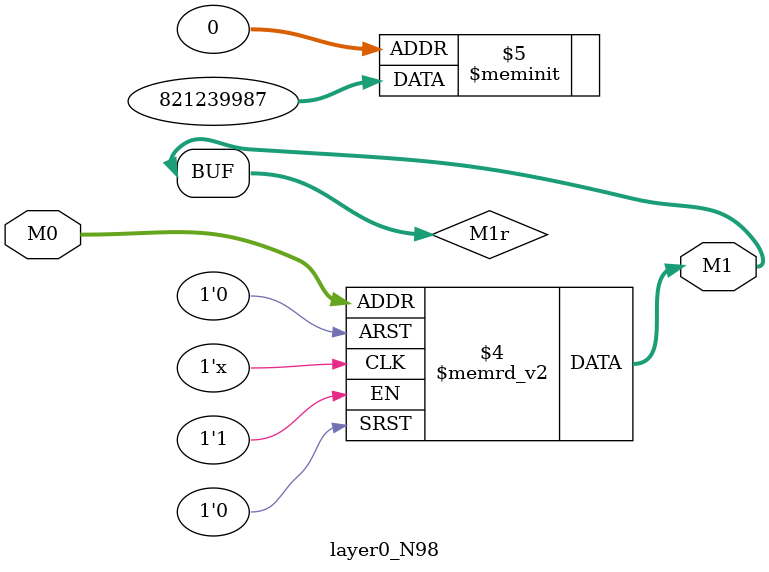
<source format=v>
module layer0_N98 ( input [3:0] M0, output [1:0] M1 );

	(*rom_style = "distributed" *) reg [1:0] M1r;
	assign M1 = M1r;
	always @ (M0) begin
		case (M0)
			4'b0000: M1r = 2'b11;
			4'b1000: M1r = 2'b11;
			4'b0100: M1r = 2'b00;
			4'b1100: M1r = 2'b00;
			4'b0010: M1r = 2'b11;
			4'b1010: M1r = 2'b11;
			4'b0110: M1r = 2'b10;
			4'b1110: M1r = 2'b11;
			4'b0001: M1r = 2'b00;
			4'b1001: M1r = 2'b00;
			4'b0101: M1r = 2'b00;
			4'b1101: M1r = 2'b00;
			4'b0011: M1r = 2'b10;
			4'b1011: M1r = 2'b11;
			4'b0111: M1r = 2'b00;
			4'b1111: M1r = 2'b00;

		endcase
	end
endmodule

</source>
